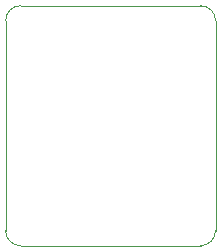
<source format=gbr>
G04 #@! TF.GenerationSoftware,KiCad,Pcbnew,5.1.9-73d0e3b20d~88~ubuntu16.04.1*
G04 #@! TF.CreationDate,2021-02-23T03:34:03+00:00*
G04 #@! TF.ProjectId,kuiic,6b756969-632e-46b6-9963-61645f706362,rev?*
G04 #@! TF.SameCoordinates,Original*
G04 #@! TF.FileFunction,Profile,NP*
%FSLAX46Y46*%
G04 Gerber Fmt 4.6, Leading zero omitted, Abs format (unit mm)*
G04 Created by KiCad (PCBNEW 5.1.9-73d0e3b20d~88~ubuntu16.04.1) date 2021-02-23 03:34:03*
%MOMM*%
%LPD*%
G01*
G04 APERTURE LIST*
G04 #@! TA.AperFunction,Profile*
%ADD10C,0.050000*%
G04 #@! TD*
G04 APERTURE END LIST*
D10*
X135890000Y-135890000D02*
G75*
G02*
X134620000Y-137160000I-1270000J0D01*
G01*
X119380000Y-137160000D02*
G75*
G02*
X118110000Y-135890000I0J1270000D01*
G01*
X118110000Y-118110000D02*
G75*
G02*
X119380000Y-116840000I1270000J0D01*
G01*
X134620000Y-116840000D02*
G75*
G02*
X135890000Y-118110000I0J-1270000D01*
G01*
X118110000Y-118110000D02*
X118110000Y-135890000D01*
X134620000Y-116840000D02*
X119380000Y-116840000D01*
X135890000Y-135890000D02*
X135890000Y-118110000D01*
X119380000Y-137160000D02*
X134620000Y-137160000D01*
M02*

</source>
